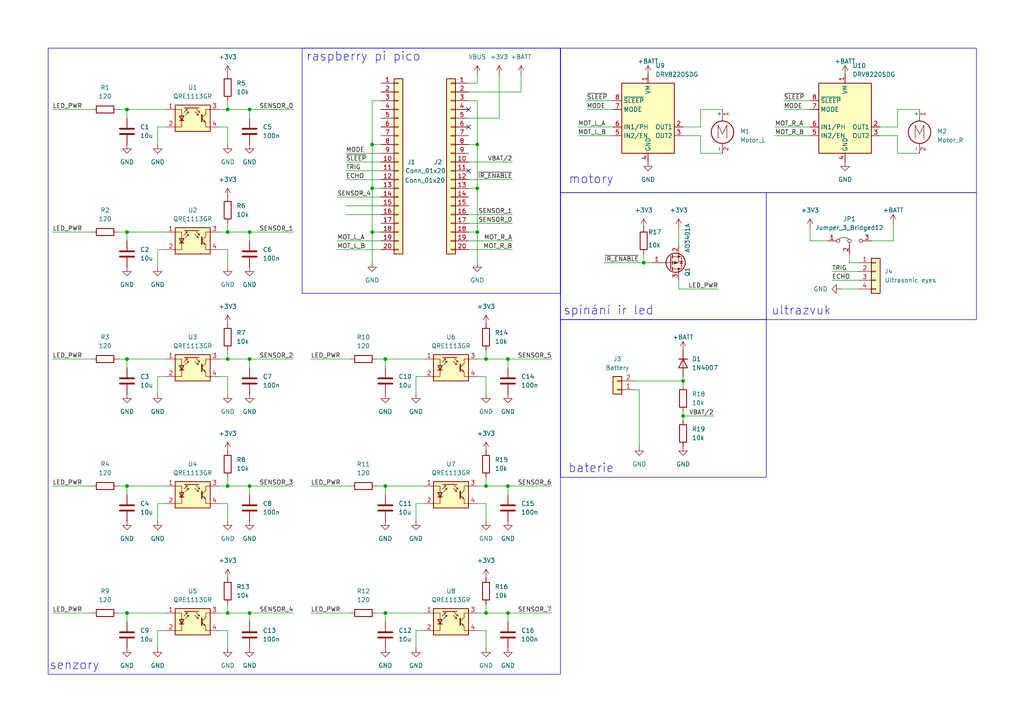
<source format=kicad_sch>
(kicad_sch (version 20250114) (generator "eeschema") (generator_version "9.0")
  (paper "A4")
  (lib_symbols
    (symbol "Connector_Generic:Conn_01x02" (pin_names (offset 1.016) (hide yes))
      (property "Reference" "J" (at 0 2.54 0))
      (property "Value" "Conn_01x02" (at 0 -5.08 0))
      (symbol "Conn_01x02_1_1"
        (pin passive line (at -5.08 0 0) (length 3.81) (name "Pin_1") (number "1"))
        (pin passive line (at -5.08 -2.54 0) (length 3.81) (name "Pin_2") (number "2"))
      )
    )
    (symbol "Connector_Generic:Conn_01x04" (pin_names (offset 1.016) (hide yes))
      (property "Reference" "J" (at 0 5.08 0))
      (property "Value" "Conn_01x04" (at 0 -7.62 0))
      (symbol "Conn_01x04_1_1"
        (pin passive line (at -5.08 2.54 0) (length 3.81) (name "Pin_1") (number "1"))
        (pin passive line (at -5.08 0 0) (length 3.81) (name "Pin_2") (number "2"))
        (pin passive line (at -5.08 -2.54 0) (length 3.81) (name "Pin_3") (number "3"))
        (pin passive line (at -5.08 -5.08 0) (length 3.81) (name "Pin_4") (number "4"))
      )
    )
    (symbol "Connector_Generic:Conn_01x20" (pin_names (offset 1.016) (hide yes))
      (property "Reference" "J" (at 0 25.4 0))
      (property "Value" "Conn_01x20" (at 0 -27.94 0))
      (symbol "Conn_01x20_1_1"
        (pin passive line (at -5.08 22.86 0) (length 3.81) (name "Pin_1") (number "1"))
        (pin passive line (at -5.08 20.32 0) (length 3.81) (name "Pin_2") (number "2"))
        (pin passive line (at -5.08 17.78 0) (length 3.81) (name "Pin_3") (number "3"))
        (pin passive line (at -5.08 15.24 0) (length 3.81) (name "Pin_4") (number "4"))
        (pin passive line (at -5.08 12.7 0) (length 3.81) (name "Pin_5") (number "5"))
        (pin passive line (at -5.08 10.16 0) (length 3.81) (name "Pin_6") (number "6"))
        (pin passive line (at -5.08 7.62 0) (length 3.81) (name "Pin_7") (number "7"))
        (pin passive line (at -5.08 5.08 0) (length 3.81) (name "Pin_8") (number "8"))
        (pin passive line (at -5.08 2.54 0) (length 3.81) (name "Pin_9") (number "9"))
        (pin passive line (at -5.08 0 0) (length 3.81) (name "Pin_10") (number "10"))
        (pin passive line (at -5.08 -2.54 0) (length 3.81) (name "Pin_11") (number "11"))
        (pin passive line (at -5.08 -5.08 0) (length 3.81) (name "Pin_12") (number "12"))
        (pin passive line (at -5.08 -7.62 0) (length 3.81) (name "Pin_13") (number "13"))
        (pin passive line (at -5.08 -10.16 0) (length 3.81) (name "Pin_14") (number "14"))
        (pin passive line (at -5.08 -12.7 0) (length 3.81) (name "Pin_15") (number "15"))
        (pin passive line (at -5.08 -15.24 0) (length 3.81) (name "Pin_16") (number "16"))
        (pin passive line (at -5.08 -17.78 0) (length 3.81) (name "Pin_17") (number "17"))
        (pin passive line (at -5.08 -20.32 0) (length 3.81) (name "Pin_18") (number "18"))
        (pin passive line (at -5.08 -22.86 0) (length 3.81) (name "Pin_19") (number "19"))
        (pin passive line (at -5.08 -25.4 0) (length 3.81) (name "Pin_20") (number "20"))
      )
    )
    (symbol "Device:C" (pin_numbers (hide yes)) (pin_names (offset 0.254))
      (property "Reference" "C" (at 0.635 2.54 0))
      (property "Value" "C" (at 0.635 -2.54 0))
      (symbol "C_1_1"
        (pin passive line (at 0 3.81 270) (length 2.794) (name "~") (number "1"))
        (pin passive line (at 0 -3.81 90) (length 2.794) (name "~") (number "2"))
      )
    )
    (symbol "Device:D" (pin_numbers (hide yes)) (pin_names (offset 1.016) (hide yes))
      (property "Reference" "D" (at 0 2.54 0))
      (property "Value" "D" (at 0 -2.54 0))
      (symbol "D_1_1"
        (pin passive line (at -3.81 0 0) (length 2.54) (name "K") (number "1"))
        (pin passive line (at 3.81 0 180) (length 2.54) (name "A") (number "2"))
      )
    )
    (symbol "Device:R" (pin_numbers (hide yes)) (pin_names (offset 0))
      (property "Reference" "R" (at 2.032 0 90))
      (property "Value" "R" (at 0 0 90))
      (symbol "R_1_1"
        (pin passive line (at 0 3.81 270) (length 1.27) (name "~") (number "1"))
        (pin passive line (at 0 -3.81 90) (length 1.27) (name "~") (number "2"))
      )
    )
    (symbol "Driver_Motor:DRV8220SDG"
      (property "Reference" "U" (at 1.27 13.97 0))
      (property "Value" "DRV8220SDG" (at 1.27 11.43 0))
      (symbol "DRV8220SDG_1_1"
        (pin input line (at -10.16 5.08 0) (length 2.54) (name "~{SLEEP}") (number "8"))
        (pin input line (at -10.16 2.54 0) (length 2.54) (name "MODE") (number "7"))
        (pin input line (at -10.16 -2.54 0) (length 2.54) (name "IN1/PH") (number "6"))
        (pin input line (at -10.16 -5.08 0) (length 2.54) (name "IN2/EN") (number "5"))
        (pin power_in line (at 0 12.7 270) (length 2.54) (name "VM") (number "1"))
        (pin power_in line (at 0 -12.7 90) (length 2.54) (name "GND") (number "4"))
        (pin passive line (at 0 -12.7 90) (length 2.54) (hide yes) (name "GND") (number "9"))
        (pin output line (at 10.16 -2.54 180) (length 2.54) (name "OUT1") (number "2"))
        (pin output line (at 10.16 -5.08 180) (length 2.54) (name "OUT2") (number "3"))
      )
    )
    (symbol "Jumper:Jumper_3_Bridged12" (pin_names (offset 0) (hide yes)) (in_bom no)
      (property "Reference" "JP" (at -2.54 -2.54 0))
      (property "Value" "Jumper_3_Bridged12" (at 0 2.794 0))
      (symbol "Jumper_3_Bridged12_1_1"
        (pin passive line (at -6.35 0 0) (length 2.54) (name "A") (number "1"))
        (pin passive line (at 0 -3.81 90) (length 2.54) (name "C") (number "2"))
        (pin passive line (at 6.35 0 180) (length 2.54) (name "B") (number "3"))
      )
    )
    (symbol "Motor:Motor_DC" (pin_names (offset 0))
      (property "Reference" "M" (at 2.54 2.54 0))
      (property "Value" "Motor_DC" (at 2.54 -5.08 0))
      (symbol "Motor_DC_1_1"
        (pin passive line (at 0 5.08 270) (length 2.54) (name "+") (number "1"))
        (pin passive line (at 0 -7.62 90) (length 2.54) (name "-") (number "2"))
      )
    )
    (symbol "Sensor_Proximity:QRE1113GR" (pin_names (offset 0.0254) (hide yes))
      (property "Reference" "U" (at -3.81 5.08 0))
      (property "Value" "QRE1113GR" (at 11.43 5.08 0))
      (symbol "QRE1113GR_1_1"
        (pin passive line (at -7.62 2.54 0) (length 2.54) (name "A") (number "1"))
        (pin passive line (at -7.62 -2.54 0) (length 2.54) (name "K") (number "2"))
        (pin open_collector line (at 7.62 2.54 180) (length 2.54) (name "~") (number "3"))
        (pin open_emitter line (at 7.62 -2.54 180) (length 2.54) (name "~") (number "4"))
      )
    )
    (symbol "Transistor_FET:AO3401A" (pin_names (hide yes))
      (property "Reference" "Q" (at 5.08 1.905 0))
      (property "Value" "AO3401A" (at 5.08 0 0))
      (symbol "AO3401A_1_1"
        (pin input line (at -5.08 0 0) (length 2.54) (name "G") (number "1"))
        (pin passive line (at 2.54 5.08 270) (length 2.54) (name "D") (number "3"))
        (pin passive line (at 2.54 -5.08 90) (length 2.54) (name "S") (number "2"))
      )
    )
    (symbol "power:+3V3" (power) (pin_numbers (hide yes)) (pin_names (offset 0) (hide yes))
      (property "Value" "+3V3" (at 0 3.556 0))
      (symbol "+3V3_1_1"
        (pin power_in line (at 0 0 90) (length 0) (name "~") (number "1"))
      )
    )
    (symbol "power:+BATT" (power) (pin_numbers (hide yes)) (pin_names (offset 0) (hide yes))
      (property "Value" "+BATT" (at 0 3.556 0))
      (symbol "+BATT_1_1"
        (pin power_in line (at 0 0 90) (length 0) (name "~") (number "1"))
      )
    )
    (symbol "power:GND" (power) (pin_numbers (hide yes)) (pin_names (offset 0) (hide yes))
      (property "Value" "GND" (at 0 -3.81 0))
      (symbol "GND_1_1"
        (pin power_in line (at 0 0 270) (length 0) (name "~") (number "1"))
      )
    )
    (symbol "power:VBUS" (power) (pin_numbers (hide yes)) (pin_names (offset 0) (hide yes))
      (property "Value" "VBUS" (at 0 3.556 0))
      (symbol "VBUS_1_1"
        (pin power_in line (at 0 0 90) (length 0) (name "~") (number "1"))
      )
    )
  )
  (rectangle (start 13.97 13.97) (end 162.56 195.58))
  (rectangle (start 222.25 55.88) (end 283.21 92.71))
  (rectangle (start 87.63 13.97) (end 162.56 85.09))
  (rectangle (start 162.56 92.71) (end 222.25 138.43))
  (rectangle (start 162.56 13.97) (end 283.21 55.88))
  (rectangle (start 162.56 55.88) (end 222.25 92.71))
  (text "baterie" (at 171.45 135.89 0) (effects (font (size 2.54 2.54))))
  (text "ultrazvuk" (at 232.41 90.17 0) (effects (font (size 2.54 2.54))))
  (text "raspberry pi pico" (at 105.41 16.51 0) (effects (font (size 2.54 2.54))))
  (text "senzory" (at 21.59 193.04 0) (effects (font (size 2.54 2.54))))
  (text "spínání ir led" (at 176.53 90.17 0) (effects (font (size 2.54 2.54))))
  (text "motory" (at 171.45 52.07 0) (effects (font (size 2.54 2.54))))
  (junction (at 36.83 31.75))
  (junction (at 66.04 104.14))
  (junction (at 138.43 54.61))
  (junction (at 66.04 177.8))
  (junction (at 198.12 120.65))
  (junction (at 66.04 31.75))
  (junction (at 147.32 177.8))
  (junction (at 140.97 104.14))
  (junction (at 36.83 140.97))
  (junction (at 140.97 177.8))
  (junction (at 72.39 67.31))
  (junction (at 186.69 76.2))
  (junction (at 198.12 110.49))
  (junction (at 107.95 54.61))
  (junction (at 36.83 67.31))
  (junction (at 66.04 67.31))
  (junction (at 36.83 177.8))
  (junction (at 140.97 140.97))
  (junction (at 72.39 104.14))
  (junction (at 138.43 41.91))
  (junction (at 36.83 104.14))
  (junction (at 72.39 177.8))
  (junction (at 147.32 140.97))
  (junction (at 111.76 104.14))
  (junction (at 66.04 140.97))
  (junction (at 111.76 140.97))
  (junction (at 138.43 67.31))
  (junction (at 107.95 41.91))
  (junction (at 72.39 31.75))
  (junction (at 72.39 140.97))
  (junction (at 147.32 104.14))
  (junction (at 107.95 67.31))
  (junction (at 111.76 177.8))
  (no_connect (at 135.89 36.83))
  (no_connect (at 135.89 31.75))
  (no_connect (at 135.89 49.53))
  (wire (pts (xy 140.97 114.3) (xy 140.97 109.22)))
  (wire (pts (xy 36.83 140.97) (xy 48.26 140.97)))
  (wire (pts (xy 100.33 62.23) (xy 110.49 62.23)))
  (wire (pts (xy 147.32 106.68) (xy 147.32 104.14)))
  (wire (pts (xy 109.22 104.14) (xy 111.76 104.14)))
  (wire (pts (xy 120.65 109.22) (xy 120.65 114.3)))
  (wire (pts (xy 72.39 34.29) (xy 72.39 31.75)))
  (wire (pts (xy 140.97 138.43) (xy 140.97 140.97)))
  (wire (pts (xy 138.43 29.21) (xy 138.43 41.91)))
  (wire (pts (xy 72.39 177.8) (xy 85.09 177.8)))
  (wire (pts (xy 66.04 187.96) (xy 66.04 182.88)))
  (wire (pts (xy 138.43 54.61) (xy 138.43 41.91)))
  (wire (pts (xy 234.95 66.04) (xy 234.95 69.85)))
  (wire (pts (xy 138.43 24.13) (xy 138.43 21.59)))
  (wire (pts (xy 107.95 54.61) (xy 107.95 41.91)))
  (wire (pts (xy 109.22 177.8) (xy 111.76 177.8)))
  (wire (pts (xy 34.29 31.75) (xy 36.83 31.75)))
  (wire (pts (xy 255.27 36.83) (xy 260.35 36.83)))
  (wire (pts (xy 140.97 187.96) (xy 140.97 182.88)))
  (wire (pts (xy 34.29 177.8) (xy 36.83 177.8)))
  (wire (pts (xy 97.79 57.15) (xy 110.49 57.15)))
  (wire (pts (xy 135.89 62.23) (xy 148.59 62.23)))
  (wire (pts (xy 72.39 106.68) (xy 72.39 104.14)))
  (wire (pts (xy 186.69 73.66) (xy 186.69 76.2)))
  (wire (pts (xy 36.83 104.14) (xy 48.26 104.14)))
  (wire (pts (xy 227.33 31.75) (xy 234.95 31.75)))
  (wire (pts (xy 66.04 72.39) (xy 63.5 72.39)))
  (wire (pts (xy 151.13 21.59) (xy 151.13 26.67)))
  (wire (pts (xy 198.12 109.22) (xy 198.12 110.49)))
  (wire (pts (xy 243.84 83.82) (xy 248.92 83.82)))
  (wire (pts (xy 36.83 104.14) (xy 36.83 106.68)))
  (wire (pts (xy 66.04 146.05) (xy 63.5 146.05)))
  (wire (pts (xy 45.72 146.05) (xy 45.72 151.13)))
  (wire (pts (xy 48.26 109.22) (xy 45.72 109.22)))
  (wire (pts (xy 15.24 31.75) (xy 26.67 31.75)))
  (wire (pts (xy 111.76 140.97) (xy 111.76 143.51)))
  (wire (pts (xy 72.39 104.14) (xy 66.04 104.14)))
  (wire (pts (xy 72.39 143.51) (xy 72.39 140.97)))
  (wire (pts (xy 48.26 182.88) (xy 45.72 182.88)))
  (wire (pts (xy 36.83 140.97) (xy 36.83 143.51)))
  (wire (pts (xy 107.95 67.31) (xy 107.95 76.2)))
  (wire (pts (xy 147.32 140.97) (xy 140.97 140.97)))
  (wire (pts (xy 140.97 109.22) (xy 138.43 109.22)))
  (wire (pts (xy 260.35 39.37) (xy 260.35 44.45)))
  (wire (pts (xy 135.89 29.21) (xy 138.43 29.21)))
  (wire (pts (xy 135.89 54.61) (xy 138.43 54.61)))
  (wire (pts (xy 123.19 182.88) (xy 120.65 182.88)))
  (wire (pts (xy 66.04 41.91) (xy 66.04 36.83)))
  (wire (pts (xy 36.83 31.75) (xy 48.26 31.75)))
  (wire (pts (xy 66.04 138.43) (xy 66.04 140.97)))
  (wire (pts (xy 109.22 140.97) (xy 111.76 140.97)))
  (wire (pts (xy 198.12 121.92) (xy 198.12 120.65)))
  (wire (pts (xy 34.29 67.31) (xy 36.83 67.31)))
  (wire (pts (xy 72.39 31.75) (xy 66.04 31.75)))
  (wire (pts (xy 203.2 39.37) (xy 203.2 44.45)))
  (wire (pts (xy 66.04 101.6) (xy 66.04 104.14)))
  (wire (pts (xy 36.83 67.31) (xy 48.26 67.31)))
  (wire (pts (xy 66.04 77.47) (xy 66.04 72.39)))
  (wire (pts (xy 198.12 120.65) (xy 198.12 119.38)))
  (wire (pts (xy 66.04 31.75) (xy 63.5 31.75)))
  (wire (pts (xy 15.24 140.97) (xy 26.67 140.97)))
  (wire (pts (xy 140.97 140.97) (xy 138.43 140.97)))
  (wire (pts (xy 15.24 177.8) (xy 26.67 177.8)))
  (wire (pts (xy 203.2 31.75) (xy 209.55 31.75)))
  (wire (pts (xy 140.97 177.8) (xy 138.43 177.8)))
  (wire (pts (xy 72.39 67.31) (xy 85.09 67.31)))
  (wire (pts (xy 45.72 72.39) (xy 45.72 77.47)))
  (wire (pts (xy 135.89 26.67) (xy 151.13 26.67)))
  (wire (pts (xy 100.33 59.69) (xy 110.49 59.69)))
  (wire (pts (xy 198.12 36.83) (xy 203.2 36.83)))
  (wire (pts (xy 224.79 39.37) (xy 234.95 39.37)))
  (wire (pts (xy 241.3 78.74) (xy 248.92 78.74)))
  (wire (pts (xy 48.26 36.83) (xy 45.72 36.83)))
  (wire (pts (xy 147.32 104.14) (xy 140.97 104.14)))
  (wire (pts (xy 147.32 104.14) (xy 160.02 104.14)))
  (wire (pts (xy 72.39 180.34) (xy 72.39 177.8)))
  (wire (pts (xy 203.2 36.83) (xy 203.2 31.75)))
  (wire (pts (xy 170.18 29.21) (xy 177.8 29.21)))
  (wire (pts (xy 260.35 44.45) (xy 266.7 44.45)))
  (wire (pts (xy 111.76 104.14) (xy 123.19 104.14)))
  (wire (pts (xy 90.17 104.14) (xy 101.6 104.14)))
  (wire (pts (xy 100.33 52.07) (xy 110.49 52.07)))
  (wire (pts (xy 140.97 175.26) (xy 140.97 177.8)))
  (wire (pts (xy 224.79 36.83) (xy 234.95 36.83)))
  (wire (pts (xy 66.04 104.14) (xy 63.5 104.14)))
  (wire (pts (xy 66.04 29.21) (xy 66.04 31.75)))
  (wire (pts (xy 72.39 31.75) (xy 85.09 31.75)))
  (wire (pts (xy 140.97 101.6) (xy 140.97 104.14)))
  (wire (pts (xy 15.24 67.31) (xy 26.67 67.31)))
  (wire (pts (xy 147.32 177.8) (xy 160.02 177.8)))
  (wire (pts (xy 66.04 182.88) (xy 63.5 182.88)))
  (wire (pts (xy 260.35 36.83) (xy 260.35 31.75)))
  (wire (pts (xy 36.83 67.31) (xy 36.83 69.85)))
  (wire (pts (xy 36.83 177.8) (xy 36.83 180.34)))
  (wire (pts (xy 107.95 29.21) (xy 107.95 41.91)))
  (wire (pts (xy 227.33 29.21) (xy 234.95 29.21)))
  (wire (pts (xy 66.04 64.77) (xy 66.04 67.31)))
  (wire (pts (xy 144.78 21.59) (xy 144.78 34.29)))
  (wire (pts (xy 66.04 177.8) (xy 63.5 177.8)))
  (wire (pts (xy 34.29 140.97) (xy 36.83 140.97)))
  (wire (pts (xy 135.89 41.91) (xy 138.43 41.91)))
  (wire (pts (xy 135.89 64.77) (xy 148.59 64.77)))
  (wire (pts (xy 110.49 29.21) (xy 107.95 29.21)))
  (wire (pts (xy 100.33 44.45) (xy 110.49 44.45)))
  (wire (pts (xy 34.29 104.14) (xy 36.83 104.14)))
  (wire (pts (xy 203.2 44.45) (xy 209.55 44.45)))
  (wire (pts (xy 147.32 140.97) (xy 160.02 140.97)))
  (wire (pts (xy 185.42 129.54) (xy 185.42 113.03)))
  (wire (pts (xy 120.65 146.05) (xy 120.65 151.13)))
  (wire (pts (xy 241.3 81.28) (xy 248.92 81.28)))
  (wire (pts (xy 260.35 31.75) (xy 266.7 31.75)))
  (wire (pts (xy 66.04 67.31) (xy 63.5 67.31)))
  (wire (pts (xy 147.32 143.51) (xy 147.32 140.97)))
  (wire (pts (xy 66.04 36.83) (xy 63.5 36.83)))
  (wire (pts (xy 170.18 31.75) (xy 177.8 31.75)))
  (wire (pts (xy 184.15 110.49) (xy 198.12 110.49)))
  (wire (pts (xy 147.32 180.34) (xy 147.32 177.8)))
  (wire (pts (xy 248.92 76.2) (xy 246.38 76.2)))
  (wire (pts (xy 66.04 109.22) (xy 63.5 109.22)))
  (wire (pts (xy 107.95 67.31) (xy 107.95 54.61)))
  (wire (pts (xy 97.79 72.39) (xy 110.49 72.39)))
  (wire (pts (xy 72.39 177.8) (xy 66.04 177.8)))
  (wire (pts (xy 110.49 67.31) (xy 107.95 67.31)))
  (wire (pts (xy 135.89 52.07) (xy 148.59 52.07)))
  (wire (pts (xy 72.39 140.97) (xy 85.09 140.97)))
  (wire (pts (xy 66.04 140.97) (xy 63.5 140.97)))
  (wire (pts (xy 120.65 182.88) (xy 120.65 187.96)))
  (wire (pts (xy 72.39 69.85) (xy 72.39 67.31)))
  (wire (pts (xy 138.43 67.31) (xy 138.43 54.61)))
  (wire (pts (xy 107.95 41.91) (xy 110.49 41.91)))
  (wire (pts (xy 135.89 67.31) (xy 138.43 67.31)))
  (wire (pts (xy 110.49 54.61) (xy 107.95 54.61)))
  (wire (pts (xy 66.04 114.3) (xy 66.04 109.22)))
  (wire (pts (xy 72.39 140.97) (xy 66.04 140.97)))
  (wire (pts (xy 72.39 67.31) (xy 66.04 67.31)))
  (wire (pts (xy 100.33 46.99) (xy 110.49 46.99)))
  (wire (pts (xy 135.89 69.85) (xy 148.59 69.85)))
  (wire (pts (xy 135.89 72.39) (xy 148.59 72.39)))
  (wire (pts (xy 45.72 182.88) (xy 45.72 187.96)))
  (wire (pts (xy 167.64 36.83) (xy 177.8 36.83)))
  (wire (pts (xy 140.97 104.14) (xy 138.43 104.14)))
  (wire (pts (xy 135.89 46.99) (xy 148.59 46.99)))
  (wire (pts (xy 140.97 146.05) (xy 138.43 146.05)))
  (wire (pts (xy 97.79 69.85) (xy 110.49 69.85)))
  (wire (pts (xy 186.69 76.2) (xy 189.23 76.2)))
  (wire (pts (xy 123.19 146.05) (xy 120.65 146.05)))
  (wire (pts (xy 196.85 66.04) (xy 196.85 71.12)))
  (wire (pts (xy 90.17 140.97) (xy 101.6 140.97)))
  (wire (pts (xy 198.12 120.65) (xy 207.01 120.65)))
  (wire (pts (xy 111.76 104.14) (xy 111.76 106.68)))
  (wire (pts (xy 234.95 69.85) (xy 240.03 69.85)))
  (wire (pts (xy 167.64 39.37) (xy 177.8 39.37)))
  (wire (pts (xy 185.42 113.03) (xy 184.15 113.03)))
  (wire (pts (xy 48.26 146.05) (xy 45.72 146.05)))
  (wire (pts (xy 72.39 104.14) (xy 85.09 104.14)))
  (wire (pts (xy 15.24 104.14) (xy 26.67 104.14)))
  (wire (pts (xy 111.76 177.8) (xy 123.19 177.8)))
  (wire (pts (xy 138.43 67.31) (xy 138.43 76.2)))
  (wire (pts (xy 140.97 151.13) (xy 140.97 146.05)))
  (wire (pts (xy 255.27 39.37) (xy 260.35 39.37)))
  (wire (pts (xy 196.85 81.28) (xy 196.85 83.82)))
  (wire (pts (xy 147.32 177.8) (xy 140.97 177.8)))
  (wire (pts (xy 259.08 69.85) (xy 259.08 64.77)))
  (wire (pts (xy 66.04 175.26) (xy 66.04 177.8)))
  (wire (pts (xy 36.83 177.8) (xy 48.26 177.8)))
  (wire (pts (xy 66.04 151.13) (xy 66.04 146.05)))
  (wire (pts (xy 198.12 111.76) (xy 198.12 110.49)))
  (wire (pts (xy 135.89 24.13) (xy 138.43 24.13)))
  (wire (pts (xy 36.83 31.75) (xy 36.83 34.29)))
  (wire (pts (xy 90.17 177.8) (xy 101.6 177.8)))
  (wire (pts (xy 196.85 83.82) (xy 208.28 83.82)))
  (wire (pts (xy 175.26 76.2) (xy 186.69 76.2)))
  (wire (pts (xy 123.19 109.22) (xy 120.65 109.22)))
  (wire (pts (xy 100.33 49.53) (xy 110.49 49.53)))
  (wire (pts (xy 198.12 39.37) (xy 203.2 39.37)))
  (wire (pts (xy 144.78 34.29) (xy 135.89 34.29)))
  (wire (pts (xy 45.72 36.83) (xy 45.72 41.91)))
  (wire (pts (xy 111.76 140.97) (xy 123.19 140.97)))
  (wire (pts (xy 252.73 69.85) (xy 259.08 69.85)))
  (wire (pts (xy 111.76 177.8) (xy 111.76 180.34)))
  (wire (pts (xy 246.38 76.2) (xy 246.38 73.66)))
  (wire (pts (xy 48.26 72.39) (xy 45.72 72.39)))
  (wire (pts (xy 140.97 182.88) (xy 138.43 182.88)))
  (wire (pts (xy 45.72 109.22) (xy 45.72 114.3)))
  (label "SENSOR_4" (at 85.09 177.8 180))
  (label "SENSOR_3" (at 85.09 140.97 180))
  (label "LED_PWR" (at 15.24 31.75 0))
  (label "ECHO" (at 100.33 52.07 0))
  (label "~{SLEEP}" (at 227.33 29.21 0))
  (label "MOT_R_B" (at 224.79 39.37 0))
  (label "LED_PWR" (at 15.24 140.97 0))
  (label "TRIG" (at 241.3 78.74 0))
  (label "LED_PWR" (at 90.17 177.8 0))
  (label "MOT_R_A" (at 148.59 69.85 180))
  (label "SENSOR_1" (at 85.09 67.31 180))
  (label "MODE" (at 100.33 44.45 0))
  (label "MOT_L_A" (at 167.64 36.83 0))
  (label "~{SLEEP}" (at 100.33 46.99 0))
  (label "SENSOR_0" (at 85.09 31.75 180))
  (label "LED_PWR" (at 90.17 104.14 0))
  (label "LED_PWR" (at 15.24 67.31 0))
  (label "ECHO" (at 241.3 81.28 0))
  (label "MOT_L_A" (at 97.79 69.85 0))
  (label "SENSOR_0" (at 148.59 64.77 180))
  (label "MOT_L_B" (at 167.64 39.37 0))
  (label "VBAT{slash}2" (at 148.59 46.99 180))
  (label "~{IR_ENABLE}" (at 175.26 76.2 0))
  (label "MOT_R_A" (at 224.79 36.83 0))
  (label "SENSOR_7" (at 160.02 177.8 180))
  (label "SENSOR_2" (at 85.09 104.14 180))
  (label "~{SLEEP}" (at 170.18 29.21 0))
  (label "LED_PWR" (at 15.24 177.8 0))
  (label "SENSOR_6" (at 160.02 140.97 180))
  (label "MOT_R_B" (at 148.59 72.39 180))
  (label "LED_PWR" (at 15.24 104.14 0))
  (label "SENSOR_4" (at 97.79 57.15 0))
  (label "SENSOR_1" (at 148.59 62.23 180))
  (label "MODE" (at 170.18 31.75 0))
  (label "VBAT{slash}2" (at 207.01 120.65 180))
  (label "SENSOR_5" (at 160.02 104.14 180))
  (label "MOT_L_B" (at 97.79 72.39 0))
  (label "LED_PWR" (at 208.28 83.82 180))
  (label "TRIG" (at 100.33 49.53 0))
  (label "~{IR_ENABLE}" (at 148.59 52.07 180))
  (label "MODE" (at 227.33 31.75 0))
  (label "LED_PWR" (at 90.17 140.97 0))
  (symbol (lib_id "power:GND") (at 36.83 77.47 0) (unit 1)
    (property "Reference" "#PWR02" (effects (hide yes)))
    (property "Value" "GND" (at 36.83 82.55 0))
    (property "Description" "Power symbol creates a global label with name \"GND\" , ground" (effects (hide yes)))
  )
  (symbol (lib_id "Device:C") (at 72.39 38.1 0) (unit 1)
    (property "Reference" "C5" (at 76.2 36.8299 0) (effects (justify left)))
    (property "Value" "100n" (at 76.2 39.3699 0) (effects (justify left)))
    (property "Footprint" "Capacitor_SMD:C_0603_1608Metric_Pad1.08x0.95mm_HandSolder" (effects (hide yes)))
    (property "Description" "Unpolarized capacitor" (effects (hide yes)))
  )
  (symbol (lib_id "Device:C") (at 72.39 184.15 0) (unit 1)
    (property "Reference" "C13" (at 76.2 182.8799 0) (effects (justify left)))
    (property "Value" "100n" (at 76.2 185.4199 0) (effects (justify left)))
    (property "Footprint" "Capacitor_SMD:C_0603_1608Metric_Pad1.08x0.95mm_HandSolder" (effects (hide yes)))
    (property "Description" "Unpolarized capacitor" (effects (hide yes)))
  )
  (symbol (lib_id "power:GND") (at 111.76 114.3 0) (unit 1)
    (property "Reference" "#PWR022" (effects (hide yes)))
    (property "Value" "GND" (at 111.76 119.38 0))
    (property "Description" "Power symbol creates a global label with name \"GND\" , ground" (effects (hide yes)))
  )
  (symbol (lib_id "power:GND") (at 140.97 151.13 0) (unit 1)
    (property "Reference" "#PWR034" (effects (hide yes)))
    (property "Value" "GND" (at 140.97 156.21 0))
    (property "Description" "Power symbol creates a global label with name \"GND\" , ground" (effects (hide yes)))
  )
  (symbol (lib_id "power:+3V3") (at 186.69 66.04 0) (unit 1)
    (property "Reference" "#PWR044" (effects (hide yes)))
    (property "Value" "+3V3" (at 186.69 60.96 0))
    (property "Description" "Power symbol creates a global label with name \"+3V3\"" (effects (hide yes)))
  )
  (symbol (lib_id "Sensor_Proximity:QRE1113GR") (at 55.88 34.29 0) (unit 1)
    (property "Reference" "U1" (at 55.88 25.4 0))
    (property "Value" "QRE1113GR" (at 55.88 27.94 0))
    (property "Footprint" "OptoDevice:OnSemi_CASE100CY" (effects (hide yes)))
    (property "Datasheet" "http://www.onsemi.com/pub/Collateral/QRE1113-D.PDF" (effects (hide yes)))
    (property "Description" "Miniature Reflective Optical Object Sensor, SMD-4" (effects (hide yes)))
  )
  (symbol (lib_id "power:+3V3") (at 140.97 130.81 0) (unit 1)
    (property "Reference" "#PWR033" (effects (hide yes)))
    (property "Value" "+3V3" (at 140.97 125.73 0))
    (property "Description" "Power symbol creates a global label with name \"+3V3\"" (effects (hide yes)))
  )
  (symbol (lib_id "Motor:Motor_DC") (at 209.55 36.83 0) (unit 1)
    (property "Reference" "M1" (at 214.63 38.0999 0) (effects (justify left)))
    (property "Value" "Motor_L" (at 214.63 40.6399 0) (effects (justify left)))
    (property "Footprint" "Connector_JST:JST_XH_B2B-XH-A_1x02_P2.50mm_Vertical" (effects (hide yes)))
    (property "Description" "DC Motor" (effects (hide yes)))
  )
  (symbol (lib_id "Device:R") (at 105.41 104.14 90) (unit 1)
    (property "Reference" "R10" (at 105.41 97.79 90))
    (property "Value" "120" (at 105.41 100.33 90))
    (property "Footprint" "Resistor_SMD:R_0603_1608Metric_Pad0.98x0.95mm_HandSolder" (effects (hide yes)))
    (property "Description" "Resistor" (effects (hide yes)))
  )
  (symbol (lib_id "power:GND") (at 138.43 76.2 0) (unit 1)
    (property "Reference" "#PWR047" (effects (hide yes)))
    (property "Value" "GND" (at 138.43 81.28 0))
    (property "Description" "Power symbol creates a global label with name \"GND\" , ground" (effects (hide yes)))
  )
  (symbol (lib_id "Device:R") (at 140.97 97.79 180) (unit 1)
    (property "Reference" "R14" (at 143.51 96.5199 0) (effects (justify right)))
    (property "Value" "10k" (at 143.51 99.0599 0) (effects (justify right)))
    (property "Footprint" "Resistor_SMD:R_0603_1608Metric_Pad0.98x0.95mm_HandSolder" (effects (hide yes)))
    (property "Description" "Resistor" (effects (hide yes)))
  )
  (symbol (lib_id "power:+3V3") (at 140.97 167.64 0) (unit 1)
    (property "Reference" "#PWR035" (effects (hide yes)))
    (property "Value" "+3V3" (at 140.97 162.56 0))
    (property "Description" "Power symbol creates a global label with name \"+3V3\"" (effects (hide yes)))
  )
  (symbol (lib_id "power:GND") (at 72.39 151.13 0) (unit 1)
    (property "Reference" "#PWR020" (effects (hide yes)))
    (property "Value" "GND" (at 72.39 156.21 0))
    (property "Description" "Power symbol creates a global label with name \"GND\" , ground" (effects (hide yes)))
  )
  (symbol (lib_id "Sensor_Proximity:QRE1113GR") (at 130.81 106.68 0) (unit 1)
    (property "Reference" "U6" (at 130.81 97.79 0))
    (property "Value" "QRE1113GR" (at 130.81 100.33 0))
    (property "Footprint" "OptoDevice:OnSemi_CASE100CY" (effects (hide yes)))
    (property "Datasheet" "http://www.onsemi.com/pub/Collateral/QRE1113-D.PDF" (effects (hide yes)))
    (property "Description" "Miniature Reflective Optical Object Sensor, SMD-4" (effects (hide yes)))
  )
  (symbol (lib_id "power:GND") (at 187.96 46.99 0) (unit 1)
    (property "Reference" "#PWR043" (effects (hide yes)))
    (property "Value" "GND" (at 187.96 52.07 0))
    (property "Description" "Power symbol creates a global label with name \"GND\" , ground" (effects (hide yes)))
  )
  (symbol (lib_id "Device:C") (at 36.83 38.1 0) (unit 1)
    (property "Reference" "C1" (at 40.64 36.8299 0) (effects (justify left)))
    (property "Value" "10u" (at 40.64 39.3699 0) (effects (justify left)))
    (property "Footprint" "Capacitor_SMD:C_0603_1608Metric_Pad1.08x0.95mm_HandSolder" (effects (hide yes)))
    (property "Description" "Unpolarized capacitor" (effects (hide yes)))
  )
  (symbol (lib_id "power:GND") (at 107.95 76.2 0) (unit 1)
    (property "Reference" "#PWR041" (effects (hide yes)))
    (property "Value" "GND" (at 107.95 81.28 0))
    (property "Description" "Power symbol creates a global label with name \"GND\" , ground" (effects (hide yes)))
  )
  (symbol (lib_id "power:+3V3") (at 144.78 21.59 0) (unit 1)
    (property "Reference" "#PWR048" (effects (hide yes)))
    (property "Value" "+3V3" (at 144.78 16.51 0))
    (property "Description" "Power symbol creates a global label with name \"+3V3\"" (effects (hide yes)))
  )
  (symbol (lib_id "power:+3V3") (at 66.04 57.15 0) (unit 1)
    (property "Reference" "#PWR011" (effects (hide yes)))
    (property "Value" "+3V3" (at 66.04 52.07 0))
    (property "Description" "Power symbol creates a global label with name \"+3V3\"" (effects (hide yes)))
  )
  (symbol (lib_id "power:VBUS") (at 138.43 21.59 0) (unit 1)
    (property "Reference" "#PWR046" (effects (hide yes)))
    (property "Value" "VBUS" (at 138.43 16.51 0))
    (property "Description" "Power symbol creates a global label with name \"VBUS\"" (effects (hide yes)))
  )
  (symbol (lib_id "power:+3V3") (at 196.85 66.04 0) (unit 1)
    (property "Reference" "#PWR045" (effects (hide yes)))
    (property "Value" "+3V3" (at 196.85 60.96 0))
    (property "Description" "Power symbol creates a global label with name \"+3V3\"" (effects (hide yes)))
  )
  (symbol (lib_id "Connector_Generic:Conn_01x02") (at 179.07 113.03 180) (unit 1)
    (property "Reference" "J3" (at 179.07 104.14 0))
    (property "Value" "Battery" (at 179.07 106.68 0))
    (property "Footprint" "easyeda2kicad:BATTERY-SMD_18650-1S-L77.1-W20.7-1" (effects (hide yes)))
    (property "Description" "Generic connector, single row, 01x02, script generated (kicad-library-utils/schlib/autogen/connector/)" (effects (hide yes)))
  )
  (symbol (lib_id "power:GND") (at 72.39 187.96 0) (unit 1)
    (property "Reference" "#PWR037" (effects (hide yes)))
    (property "Value" "GND" (at 72.39 193.04 0))
    (property "Description" "Power symbol creates a global label with name \"GND\" , ground" (effects (hide yes)))
  )
  (symbol (lib_id "Connector_Generic:Conn_01x04") (at 254 78.74 0) (unit 1)
    (property "Reference" "J4" (at 256.54 78.7399 0) (effects (justify left)))
    (property "Value" "Ultrasonic eyes" (at 256.54 81.2799 0) (effects (justify left)))
    (property "Footprint" "Connector_PinSocket_2.54mm:PinSocket_1x04_P2.54mm_Vertical" (effects (hide yes)))
    (property "Description" "Generic connector, single row, 01x04, script generated (kicad-library-utils/schlib/autogen/connector/)" (effects (hide yes)))
  )
  (symbol (lib_id "power:GND") (at 45.72 114.3 0) (unit 1)
    (property "Reference" "#PWR07" (effects (hide yes)))
    (property "Value" "GND" (at 45.72 119.38 0))
    (property "Description" "Power symbol creates a global label with name \"GND\" , ground" (effects (hide yes)))
  )
  (symbol (lib_id "Device:C") (at 36.83 110.49 0) (unit 1)
    (property "Reference" "C3" (at 40.64 109.2199 0) (effects (justify left)))
    (property "Value" "10u" (at 40.64 111.7599 0) (effects (justify left)))
    (property "Footprint" "Capacitor_SMD:C_0603_1608Metric_Pad1.08x0.95mm_HandSolder" (effects (hide yes)))
    (property "Description" "Unpolarized capacitor" (effects (hide yes)))
  )
  (symbol (lib_id "Device:R") (at 198.12 125.73 0) (unit 1)
    (property "Reference" "R19" (at 200.66 124.4599 0) (effects (justify left)))
    (property "Value" "10k" (at 200.66 126.9999 0) (effects (justify left)))
    (property "Footprint" "Resistor_SMD:R_0603_1608Metric_Pad0.98x0.95mm_HandSolder" (effects (hide yes)))
    (property "Datasheet" "https://www.lcsc.com/datasheet/lcsc_datasheet_2304140030_YAGEO-RC0603FR-0722KL_C114065.pdf" (effects (hide yes)))
    (property "Description" "Resistor" (effects (hide yes)))
    (property "Inv. number" "C114065" (effects (hide yes)))
    (property "Mnf. number" "RC0603FR-0722KL" (effects (hide yes)))
    (property "Supplier" "LCSC" (effects (hide yes)))
    (property "Price (CZK) /pc" "0,029" (effects (hide yes)))
  )
  (symbol (lib_id "power:GND") (at 45.72 41.91 0) (unit 1)
    (property "Reference" "#PWR05" (effects (hide yes)))
    (property "Value" "GND" (at 45.72 46.99 0))
    (property "Description" "Power symbol creates a global label with name \"GND\" , ground" (effects (hide yes)))
  )
  (symbol (lib_id "Device:C") (at 147.32 184.15 0) (unit 1)
    (property "Reference" "C16" (at 151.13 182.8799 0) (effects (justify left)))
    (property "Value" "100n" (at 151.13 185.4199 0) (effects (justify left)))
    (property "Footprint" "Capacitor_SMD:C_0603_1608Metric_Pad1.08x0.95mm_HandSolder" (effects (hide yes)))
    (property "Description" "Unpolarized capacitor" (effects (hide yes)))
  )
  (symbol (lib_id "power:+3V3") (at 66.04 21.59 0) (unit 1)
    (property "Reference" "#PWR09" (effects (hide yes)))
    (property "Value" "+3V3" (at 66.04 16.51 0))
    (property "Description" "Power symbol creates a global label with name \"+3V3\"" (effects (hide yes)))
  )
  (symbol (lib_id "power:GND") (at 66.04 151.13 0) (unit 1)
    (property "Reference" "#PWR016" (effects (hide yes)))
    (property "Value" "GND" (at 66.04 156.21 0))
    (property "Description" "Power symbol creates a global label with name \"GND\" , ground" (effects (hide yes)))
  )
  (symbol (lib_id "power:GND") (at 120.65 151.13 0) (unit 1)
    (property "Reference" "#PWR027" (effects (hide yes)))
    (property "Value" "GND" (at 120.65 156.21 0))
    (property "Description" "Power symbol creates a global label with name \"GND\" , ground" (effects (hide yes)))
  )
  (symbol (lib_id "Device:C") (at 147.32 110.49 0) (unit 1)
    (property "Reference" "C14" (at 151.13 109.2199 0) (effects (justify left)))
    (property "Value" "100n" (at 151.13 111.7599 0) (effects (justify left)))
    (property "Footprint" "Capacitor_SMD:C_0603_1608Metric_Pad1.08x0.95mm_HandSolder" (effects (hide yes)))
    (property "Description" "Unpolarized capacitor" (effects (hide yes)))
  )
  (symbol (lib_id "power:GND") (at 111.76 151.13 0) (unit 1)
    (property "Reference" "#PWR023" (effects (hide yes)))
    (property "Value" "GND" (at 111.76 156.21 0))
    (property "Description" "Power symbol creates a global label with name \"GND\" , ground" (effects (hide yes)))
  )
  (symbol (lib_id "power:GND") (at 72.39 41.91 0) (unit 1)
    (property "Reference" "#PWR017" (effects (hide yes)))
    (property "Value" "GND" (at 72.39 46.99 0))
    (property "Description" "Power symbol creates a global label with name \"GND\" , ground" (effects (hide yes)))
  )
  (symbol (lib_id "Device:C") (at 36.83 73.66 0) (unit 1)
    (property "Reference" "C2" (at 40.64 72.3899 0) (effects (justify left)))
    (property "Value" "10u" (at 40.64 74.9299 0) (effects (justify left)))
    (property "Footprint" "Capacitor_SMD:C_0603_1608Metric_Pad1.08x0.95mm_HandSolder" (effects (hide yes)))
    (property "Description" "Unpolarized capacitor" (effects (hide yes)))
  )
  (symbol (lib_id "Device:R") (at 198.12 115.57 0) (unit 1)
    (property "Reference" "R18" (at 200.66 114.2999 0) (effects (justify left)))
    (property "Value" "10k" (at 200.66 116.8399 0) (effects (justify left)))
    (property "Footprint" "Resistor_SMD:R_0603_1608Metric_Pad0.98x0.95mm_HandSolder" (effects (hide yes)))
    (property "Datasheet" "https://www.lcsc.com/datasheet/lcsc_datasheet_2304140030_YAGEO-RC0603JR-0712KL_C137662.pdf" (effects (hide yes)))
    (property "Description" "Resistor" (effects (hide yes)))
    (property "Inv. number" "C137662" (effects (hide yes)))
    (property "Mnf. number" "RC0603JR-0712KL" (effects (hide yes)))
    (property "Supplier" "LCSC" (effects (hide yes)))
    (property "Price (CZK) /pc" "0,024" (effects (hide yes)))
  )
  (symbol (lib_id "Device:R") (at 30.48 104.14 90) (unit 1)
    (property "Reference" "R3" (at 30.48 97.79 90))
    (property "Value" "120" (at 30.48 100.33 90))
    (property "Footprint" "Resistor_SMD:R_0603_1608Metric_Pad0.98x0.95mm_HandSolder" (effects (hide yes)))
    (property "Description" "Resistor" (effects (hide yes)))
  )
  (symbol (lib_id "Sensor_Proximity:QRE1113GR") (at 130.81 180.34 0) (unit 1)
    (property "Reference" "U8" (at 130.81 171.45 0))
    (property "Value" "QRE1113GR" (at 130.81 173.99 0))
    (property "Footprint" "OptoDevice:OnSemi_CASE100CY" (effects (hide yes)))
    (property "Datasheet" "http://www.onsemi.com/pub/Collateral/QRE1113-D.PDF" (effects (hide yes)))
    (property "Description" "Miniature Reflective Optical Object Sensor, SMD-4" (effects (hide yes)))
  )
  (symbol (lib_id "power:+BATT") (at 198.12 101.6 0) (unit 1)
    (property "Reference" "#PWR056" (effects (hide yes)))
    (property "Value" "+BATT" (at 198.12 97.79 0))
  )
  (symbol (lib_id "Transistor_FET:AO3401A") (at 194.31 76.2 0) (mirror x) (unit 1)
    (property "Reference" "Q1" (at 199.39 77.47 90) (effects (justify left)))
    (property "Value" "AO3401A" (at 199.39 64.77 90) (effects (justify left)))
    (property "Footprint" "Package_TO_SOT_SMD:SOT-23" (effects (hide yes)))
    (property "Datasheet" "http://www.aosmd.com/pdfs/datasheet/AO3401A.pdf" (effects (hide yes)))
    (property "LCSC" "C2938367" (effects (hide yes)))
  )
  (symbol (lib_id "power:+3V3") (at 140.97 93.98 0) (unit 1)
    (property "Reference" "#PWR031" (effects (hide yes)))
    (property "Value" "+3V3" (at 140.97 88.9 0))
    (property "Description" "Power symbol creates a global label with name \"+3V3\"" (effects (hide yes)))
  )
  (symbol (lib_id "Device:C") (at 36.83 184.15 0) (unit 1)
    (property "Reference" "C9" (at 40.64 182.8799 0) (effects (justify left)))
    (property "Value" "10u" (at 40.64 185.4199 0) (effects (justify left)))
    (property "Footprint" "Capacitor_SMD:C_0603_1608Metric_Pad1.08x0.95mm_HandSolder" (effects (hide yes)))
    (property "Description" "Unpolarized capacitor" (effects (hide yes)))
  )
  (symbol (lib_id "Device:C") (at 111.76 184.15 0) (unit 1)
    (property "Reference" "C12" (at 115.57 182.8799 0) (effects (justify left)))
    (property "Value" "10u" (at 115.57 185.4199 0) (effects (justify left)))
    (property "Footprint" "Capacitor_SMD:C_0603_1608Metric_Pad1.08x0.95mm_HandSolder" (effects (hide yes)))
    (property "Description" "Unpolarized capacitor" (effects (hide yes)))
  )
  (symbol (lib_id "power:GND") (at 72.39 77.47 0) (unit 1)
    (property "Reference" "#PWR018" (effects (hide yes)))
    (property "Value" "GND" (at 72.39 82.55 0))
    (property "Description" "Power symbol creates a global label with name \"GND\" , ground" (effects (hide yes)))
  )
  (symbol (lib_id "Sensor_Proximity:QRE1113GR") (at 55.88 69.85 0) (unit 1)
    (property "Reference" "U2" (at 55.88 60.96 0))
    (property "Value" "QRE1113GR" (at 55.88 63.5 0))
    (property "Footprint" "OptoDevice:OnSemi_CASE100CY" (effects (hide yes)))
    (property "Datasheet" "http://www.onsemi.com/pub/Collateral/QRE1113-D.PDF" (effects (hide yes)))
    (property "Description" "Miniature Reflective Optical Object Sensor, SMD-4" (effects (hide yes)))
  )
  (symbol (lib_id "Device:C") (at 111.76 110.49 0) (unit 1)
    (property "Reference" "C10" (at 115.57 109.2199 0) (effects (justify left)))
    (property "Value" "10u" (at 115.57 111.7599 0) (effects (justify left)))
    (property "Footprint" "Capacitor_SMD:C_0603_1608Metric_Pad1.08x0.95mm_HandSolder" (effects (hide yes)))
    (property "Description" "Unpolarized capacitor" (effects (hide yes)))
  )
  (symbol (lib_id "Device:R") (at 66.04 60.96 180) (unit 1)
    (property "Reference" "R6" (at 68.58 59.6899 0) (effects (justify right)))
    (property "Value" "10k" (at 68.58 62.2299 0) (effects (justify right)))
    (property "Footprint" "Resistor_SMD:R_0603_1608Metric_Pad0.98x0.95mm_HandSolder" (effects (hide yes)))
    (property "Description" "Resistor" (effects (hide yes)))
  )
  (symbol (lib_id "Device:C") (at 72.39 110.49 0) (unit 1)
    (property "Reference" "C7" (at 76.2 109.2199 0) (effects (justify left)))
    (property "Value" "100n" (at 76.2 111.7599 0) (effects (justify left)))
    (property "Footprint" "Capacitor_SMD:C_0603_1608Metric_Pad1.08x0.95mm_HandSolder" (effects (hide yes)))
    (property "Description" "Unpolarized capacitor" (effects (hide yes)))
  )
  (symbol (lib_id "Sensor_Proximity:QRE1113GR") (at 130.81 143.51 0) (unit 1)
    (property "Reference" "U7" (at 130.81 134.62 0))
    (property "Value" "QRE1113GR" (at 130.81 137.16 0))
    (property "Footprint" "OptoDevice:OnSemi_CASE100CY" (effects (hide yes)))
    (property "Datasheet" "http://www.onsemi.com/pub/Collateral/QRE1113-D.PDF" (effects (hide yes)))
    (property "Description" "Miniature Reflective Optical Object Sensor, SMD-4" (effects (hide yes)))
  )
  (symbol (lib_id "power:GND") (at 147.32 187.96 0) (unit 1)
    (property "Reference" "#PWR040" (effects (hide yes)))
    (property "Value" "GND" (at 147.32 193.04 0))
    (property "Description" "Power symbol creates a global label with name \"GND\" , ground" (effects (hide yes)))
  )
  (symbol (lib_id "power:GND") (at 120.65 114.3 0) (unit 1)
    (property "Reference" "#PWR026" (effects (hide yes)))
    (property "Value" "GND" (at 120.65 119.38 0))
    (property "Description" "Power symbol creates a global label with name \"GND\" , ground" (effects (hide yes)))
  )
  (symbol (lib_id "Device:R") (at 140.97 134.62 180) (unit 1)
    (property "Reference" "R15" (at 143.51 133.3499 0) (effects (justify right)))
    (property "Value" "10k" (at 143.51 135.8899 0) (effects (justify right)))
    (property "Footprint" "Resistor_SMD:R_0603_1608Metric_Pad0.98x0.95mm_HandSolder" (effects (hide yes)))
    (property "Description" "Resistor" (effects (hide yes)))
  )
  (symbol (lib_id "power:GND") (at 245.11 46.99 0) (unit 1)
    (property "Reference" "#PWR053" (effects (hide yes)))
    (property "Value" "GND" (at 245.11 52.07 0))
    (property "Description" "Power symbol creates a global label with name \"GND\" , ground" (effects (hide yes)))
  )
  (symbol (lib_id "power:GND") (at 72.39 114.3 0) (unit 1)
    (property "Reference" "#PWR019" (effects (hide yes)))
    (property "Value" "GND" (at 72.39 119.38 0))
    (property "Description" "Power symbol creates a global label with name \"GND\" , ground" (effects (hide yes)))
  )
  (symbol (lib_id "power:GND") (at 147.32 114.3 0) (unit 1)
    (property "Reference" "#PWR038" (effects (hide yes)))
    (property "Value" "GND" (at 147.32 119.38 0))
    (property "Description" "Power symbol creates a global label with name \"GND\" , ground" (effects (hide yes)))
  )
  (symbol (lib_id "Device:R") (at 66.04 134.62 180) (unit 1)
    (property "Reference" "R8" (at 68.58 133.3499 0) (effects (justify right)))
    (property "Value" "10k" (at 68.58 135.8899 0) (effects (justify right)))
    (property "Footprint" "Resistor_SMD:R_0603_1608Metric_Pad0.98x0.95mm_HandSolder" (effects (hide yes)))
    (property "Description" "Resistor" (effects (hide yes)))
  )
  (symbol (lib_id "power:GND") (at 36.83 151.13 0) (unit 1)
    (property "Reference" "#PWR04" (effects (hide yes)))
    (property "Value" "GND" (at 36.83 156.21 0))
    (property "Description" "Power symbol creates a global label with name \"GND\" , ground" (effects (hide yes)))
  )
  (symbol (lib_id "power:+BATT") (at 151.13 21.59 0) (unit 1)
    (property "Reference" "#PWR049" (effects (hide yes)))
    (property "Value" "+BATT" (at 151.13 16.51 0))
  )
  (symbol (lib_id "Device:C") (at 72.39 73.66 0) (unit 1)
    (property "Reference" "C6" (at 76.2 72.3899 0) (effects (justify left)))
    (property "Value" "100n" (at 76.2 74.9299 0) (effects (justify left)))
    (property "Footprint" "Capacitor_SMD:C_0603_1608Metric_Pad1.08x0.95mm_HandSolder" (effects (hide yes)))
    (property "Description" "Unpolarized capacitor" (effects (hide yes)))
  )
  (symbol (lib_id "power:GND") (at 147.32 151.13 0) (unit 1)
    (property "Reference" "#PWR039" (effects (hide yes)))
    (property "Value" "GND" (at 147.32 156.21 0))
    (property "Description" "Power symbol creates a global label with name \"GND\" , ground" (effects (hide yes)))
  )
  (symbol (lib_id "power:GND") (at 45.72 77.47 0) (unit 1)
    (property "Reference" "#PWR06" (effects (hide yes)))
    (property "Value" "GND" (at 45.72 82.55 0))
    (property "Description" "Power symbol creates a global label with name \"GND\" , ground" (effects (hide yes)))
  )
  (symbol (lib_id "power:+BATT") (at 187.96 21.59 0) (unit 1)
    (property "Reference" "#PWR042" (effects (hide yes)))
    (property "Value" "+BATT" (at 187.96 17.78 0))
  )
  (symbol (lib_id "power:GND") (at 36.83 114.3 0) (unit 1)
    (property "Reference" "#PWR03" (effects (hide yes)))
    (property "Value" "GND" (at 36.83 119.38 0))
    (property "Description" "Power symbol creates a global label with name \"GND\" , ground" (effects (hide yes)))
  )
  (symbol (lib_id "Device:R") (at 140.97 171.45 180) (unit 1)
    (property "Reference" "R16" (at 143.51 170.1799 0) (effects (justify right)))
    (property "Value" "10k" (at 143.51 172.7199 0) (effects (justify right)))
    (property "Footprint" "Resistor_SMD:R_0603_1608Metric_Pad0.98x0.95mm_HandSolder" (effects (hide yes)))
    (property "Description" "Resistor" (effects (hide yes)))
  )
  (symbol (lib_id "power:GND") (at 45.72 187.96 0) (unit 1)
    (property "Reference" "#PWR025" (effects (hide yes)))
    (property "Value" "GND" (at 45.72 193.04 0))
    (property "Description" "Power symbol creates a global label with name \"GND\" , ground" (effects (hide yes)))
  )
  (symbol (lib_id "power:GND") (at 66.04 77.47 0) (unit 1)
    (property "Reference" "#PWR012" (effects (hide yes)))
    (property "Value" "GND" (at 66.04 82.55 0))
    (property "Description" "Power symbol creates a global label with name \"GND\" , ground" (effects (hide yes)))
  )
  (symbol (lib_id "Sensor_Proximity:QRE1113GR") (at 55.88 106.68 0) (unit 1)
    (property "Reference" "U3" (at 55.88 97.79 0))
    (property "Value" "QRE1113GR" (at 55.88 100.33 0))
    (property "Footprint" "OptoDevice:OnSemi_CASE100CY" (effects (hide yes)))
    (property "Datasheet" "http://www.onsemi.com/pub/Collateral/QRE1113-D.PDF" (effects (hide yes)))
    (property "Description" "Miniature Reflective Optical Object Sensor, SMD-4" (effects (hide yes)))
  )
  (symbol (lib_id "power:+BATT") (at 259.08 64.77 0) (unit 1)
    (property "Reference" "#PWR055" (effects (hide yes)))
    (property "Value" "+BATT" (at 259.08 60.96 0))
  )
  (symbol (lib_id "Device:C") (at 36.83 147.32 0) (unit 1)
    (property "Reference" "C4" (at 40.64 146.0499 0) (effects (justify left)))
    (property "Value" "10u" (at 40.64 148.5899 0) (effects (justify left)))
    (property "Footprint" "Capacitor_SMD:C_0603_1608Metric_Pad1.08x0.95mm_HandSolder" (effects (hide yes)))
    (property "Description" "Unpolarized capacitor" (effects (hide yes)))
  )
  (symbol (lib_id "Device:R") (at 30.48 31.75 90) (unit 1)
    (property "Reference" "R1" (at 30.48 25.4 90))
    (property "Value" "120" (at 30.48 27.94 90))
    (property "Footprint" "Resistor_SMD:R_0603_1608Metric_Pad0.98x0.95mm_HandSolder" (effects (hide yes)))
    (property "Description" "Resistor" (effects (hide yes)))
  )
  (symbol (lib_id "power:GND") (at 120.65 187.96 0) (unit 1)
    (property "Reference" "#PWR028" (effects (hide yes)))
    (property "Value" "GND" (at 120.65 193.04 0))
    (property "Description" "Power symbol creates a global label with name \"GND\" , ground" (effects (hide yes)))
  )
  (symbol (lib_id "Device:R") (at 186.69 69.85 180) (unit 1)
    (property "Reference" "R17" (at 187.96 67.31 0) (effects (justify right)))
    (property "Value" "10k" (at 187.96 71.12 0) (effects (justify right)))
    (property "Footprint" "Resistor_SMD:R_0603_1608Metric" (effects (hide yes)))
    (property "LCSC" "C25744" (effects (hide yes)))
  )
  (symbol (lib_id "power:+BATT") (at 245.11 21.59 0) (unit 1)
    (property "Reference" "#PWR052" (effects (hide yes)))
    (property "Value" "+BATT" (at 245.11 17.78 0))
  )
  (symbol (lib_id "Device:C") (at 147.32 147.32 0) (unit 1)
    (property "Reference" "C15" (at 151.13 146.0499 0) (effects (justify left)))
    (property "Value" "100n" (at 151.13 148.5899 0) (effects (justify left)))
    (property "Footprint" "Capacitor_SMD:C_0603_1608Metric_Pad1.08x0.95mm_HandSolder" (effects (hide yes)))
    (property "Description" "Unpolarized capacitor" (effects (hide yes)))
  )
  (symbol (lib_id "power:GND") (at 198.12 129.54 0) (unit 1)
    (property "Reference" "#PWR057" (effects (hide yes)))
    (property "Value" "GND" (at 198.12 134.62 0))
    (property "Description" "Power symbol creates a global label with name \"GND\" , ground" (effects (hide yes)))
  )
  (symbol (lib_id "power:GND") (at 36.83 187.96 0) (unit 1)
    (property "Reference" "#PWR021" (effects (hide yes)))
    (property "Value" "GND" (at 36.83 193.04 0))
    (property "Description" "Power symbol creates a global label with name \"GND\" , ground" (effects (hide yes)))
  )
  (symbol (lib_id "Device:C") (at 72.39 147.32 0) (unit 1)
    (property "Reference" "C8" (at 76.2 146.0499 0) (effects (justify left)))
    (property "Value" "100n" (at 76.2 148.5899 0) (effects (justify left)))
    (property "Footprint" "Capacitor_SMD:C_0603_1608Metric_Pad1.08x0.95mm_HandSolder" (effects (hide yes)))
    (property "Description" "Unpolarized capacitor" (effects (hide yes)))
  )
  (symbol (lib_id "power:GND") (at 66.04 41.91 0) (unit 1)
    (property "Reference" "#PWR010" (effects (hide yes)))
    (property "Value" "GND" (at 66.04 46.99 0))
    (property "Description" "Power symbol creates a global label with name \"GND\" , ground" (effects (hide yes)))
  )
  (symbol (lib_id "Device:R") (at 30.48 67.31 90) (unit 1)
    (property "Reference" "R2" (at 30.48 60.96 90))
    (property "Value" "120" (at 30.48 63.5 90))
    (property "Footprint" "Resistor_SMD:R_0603_1608Metric_Pad0.98x0.95mm_HandSolder" (effects (hide yes)))
    (property "Description" "Resistor" (effects (hide yes)))
  )
  (symbol (lib_id "Device:R") (at 30.48 140.97 90) (unit 1)
    (property "Reference" "R4" (at 30.48 134.62 90))
    (property "Value" "120" (at 30.48 137.16 90))
    (property "Footprint" "Resistor_SMD:R_0603_1608Metric_Pad0.98x0.95mm_HandSolder" (effects (hide yes)))
    (property "Description" "Resistor" (effects (hide yes)))
  )
  (symbol (lib_id "power:GND") (at 111.76 187.96 0) (unit 1)
    (property "Reference" "#PWR024" (effects (hide yes)))
    (property "Value" "GND" (at 111.76 193.04 0))
    (property "Description" "Power symbol creates a global label with name \"GND\" , ground" (effects (hide yes)))
  )
  (symbol (lib_id "power:+3V3") (at 66.04 130.81 0) (unit 1)
    (property "Reference" "#PWR015" (effects (hide yes)))
    (property "Value" "+3V3" (at 66.04 125.73 0))
    (property "Description" "Power symbol creates a global label with name \"+3V3\"" (effects (hide yes)))
  )
  (symbol (lib_id "power:GND") (at 45.72 151.13 0) (unit 1)
    (property "Reference" "#PWR08" (effects (hide yes)))
    (property "Value" "GND" (at 45.72 156.21 0))
    (property "Description" "Power symbol creates a global label with name \"GND\" , ground" (effects (hide yes)))
  )
  (symbol (lib_id "power:+3V3") (at 66.04 93.98 0) (unit 1)
    (property "Reference" "#PWR013" (effects (hide yes)))
    (property "Value" "+3V3" (at 66.04 88.9 0))
    (property "Description" "Power symbol creates a global label with name \"+3V3\"" (effects (hide yes)))
  )
  (symbol (lib_id "Jumper:Jumper_3_Bridged12") (at 246.38 69.85 0) (unit 1) (in_bom no)
    (property "Reference" "JP1" (at 246.38 63.5 0))
    (property "Value" "Jumper_3_Bridged12" (at 246.38 66.04 0))
    (property "Footprint" "Connector_PinHeader_2.54mm:PinHeader_1x03_P2.54mm_Vertical" (effects (hide yes)))
    (property "Description" "Jumper, 3-pole, pins 1+2 closed/bridged" (effects (hide yes)))
  )
  (symbol (lib_id "Device:C") (at 111.76 147.32 0) (unit 1)
    (property "Reference" "C11" (at 115.57 146.0499 0) (effects (justify left)))
    (property "Value" "10u" (at 115.57 148.5899 0) (effects (justify left)))
    (property "Footprint" "Capacitor_SMD:C_0603_1608Metric_Pad1.08x0.95mm_HandSolder" (effects (hide yes)))
    (property "Description" "Unpolarized capacitor" (effects (hide yes)))
  )
  (symbol (lib_id "power:GND") (at 243.84 83.82 270) (unit 1)
    (property "Reference" "#PWR051" (effects (hide yes)))
    (property "Value" "GND" (at 240.03 83.8199 90) (effects (justify right)))
    (property "Description" "Power symbol creates a global label with name \"GND\" , ground" (effects (hide yes)))
  )
  (symbol (lib_id "power:GND") (at 185.42 129.54 0) (unit 1)
    (property "Reference" "#PWR054" (effects (hide yes)))
    (property "Value" "GND" (at 185.42 134.62 0))
    (property "Description" "Power symbol creates a global label with name \"GND\" , ground" (effects (hide yes)))
  )
  (symbol (lib_id "Device:R") (at 66.04 97.79 180) (unit 1)
    (property "Reference" "R7" (at 68.58 96.5199 0) (effects (justify right)))
    (property "Value" "10k" (at 68.58 99.0599 0) (effects (justify right)))
    (property "Footprint" "Resistor_SMD:R_0603_1608Metric_Pad0.98x0.95mm_HandSolder" (effects (hide yes)))
    (property "Description" "Resistor" (effects (hide yes)))
  )
  (symbol (lib_id "Connector_Generic:Conn_01x20") (at 130.81 46.99 0) (mirror y) (unit 1)
    (property "Reference" "J2" (at 128.27 46.9899 0) (effects (justify left)))
    (property "Value" "Conn_01x20" (at 129.286 49.53 0) (effects (justify left)))
    (property "Footprint" "Connector_PinSocket_2.54mm:PinSocket_1x20_P2.54mm_Vertical" (effects (hide yes)))
    (property "Datasheet" "https://www.lcsc.com/datasheet/lcsc_datasheet_2409302330_ZHOURI-PM2-54-1-20_C5224030.pdf" (effects (hide yes)))
    (property "Description" "Generic connector, single row, 01x20, script generated (kicad-library-utils/schlib/autogen/connector/)" (effects (hide yes)))
    (property "Inv. number" "N/A" (effects (hide yes)))
    (property "Mnf. number" "N/A" (effects (hide yes)))
    (property "Supplier" "Ali" (effects (hide yes)))
    (property "Price (CZK) /pc" "2.17" (effects (hide yes)))
  )
  (symbol (lib_id "Driver_Motor:DRV8220SDG") (at 187.96 34.29 0) (unit 1)
    (property "Reference" "U9" (at 190.1033 19.05 0) (effects (justify left)))
    (property "Value" "DRV8220SDG" (at 190.1033 21.59 0) (effects (justify left)))
    (property "Footprint" "Package_SON:WSON-8-1EP_2x2mm_P0.5mm_EP0.9x1.6mm" (effects (hide yes)))
    (property "Datasheet" "https://www.ti.com/lit/ds/symlink/drv8220.pdf" (effects (hide yes)))
    (property "Description" "H-Bridge motor driver, 4.5..18V, 1.76A, selectable control interface, WSON-8" (effects (hide yes)))
  )
  (symbol (lib_id "Sensor_Proximity:QRE1113GR") (at 55.88 180.34 0) (unit 1)
    (property "Reference" "U5" (at 55.88 171.45 0))
    (property "Value" "QRE1113GR" (at 55.88 173.99 0))
    (property "Footprint" "OptoDevice:OnSemi_CASE100CY" (effects (hide yes)))
    (property "Datasheet" "http://www.onsemi.com/pub/Collateral/QRE1113-D.PDF" (effects (hide yes)))
    (property "Description" "Miniature Reflective Optical Object Sensor, SMD-4" (effects (hide yes)))
  )
  (symbol (lib_id "Sensor_Proximity:QRE1113GR") (at 55.88 143.51 0) (unit 1)
    (property "Reference" "U4" (at 55.88 134.62 0))
    (property "Value" "QRE1113GR" (at 55.88 137.16 0))
    (property "Footprint" "OptoDevice:OnSemi_CASE100CY" (effects (hide yes)))
    (property "Datasheet" "http://www.onsemi.com/pub/Collateral/QRE1113-D.PDF" (effects (hide yes)))
    (property "Description" "Miniature Reflective Optical Object Sensor, SMD-4" (effects (hide yes)))
  )
  (symbol (lib_id "Device:R") (at 66.04 25.4 180) (unit 1)
    (property "Reference" "R5" (at 68.58 24.1299 0) (effects (justify right)))
    (property "Value" "10k" (at 68.58 26.6699 0) (effects (justify right)))
    (property "Footprint" "Resistor_SMD:R_0603_1608Metric_Pad0.98x0.95mm_HandSolder" (effects (hide yes)))
    (property "Description" "Resistor" (effects (hide yes)))
  )
  (symbol (lib_id "Device:R") (at 66.04 171.45 180) (unit 1)
    (property "Reference" "R13" (at 68.58 170.1799 0) (effects (justify right)))
    (property "Value" "10k" (at 68.58 172.7199 0) (effects (justify right)))
    (property "Footprint" "Resistor_SMD:R_0603_1608Metric_Pad0.98x0.95mm_HandSolder" (effects (hide yes)))
    (property "Description" "Resistor" (effects (hide yes)))
  )
  (symbol (lib_id "power:+3V3") (at 66.04 167.64 0) (unit 1)
    (property "Reference" "#PWR029" (effects (hide yes)))
    (property "Value" "+3V3" (at 66.04 162.56 0))
    (property "Description" "Power symbol creates a global label with name \"+3V3\"" (effects (hide yes)))
  )
  (symbol (lib_id "power:GND") (at 140.97 187.96 0) (unit 1)
    (property "Reference" "#PWR036" (effects (hide yes)))
    (property "Value" "GND" (at 140.97 193.04 0))
    (property "Description" "Power symbol creates a global label with name \"GND\" , ground" (effects (hide yes)))
  )
  (symbol (lib_id "power:GND") (at 36.83 41.91 0) (unit 1)
    (property "Reference" "#PWR01" (effects (hide yes)))
    (property "Value" "GND" (at 36.83 46.99 0))
    (property "Description" "Power symbol creates a global label with name \"GND\" , ground" (effects (hide yes)))
  )
  (symbol (lib_id "Motor:Motor_DC") (at 266.7 36.83 0) (unit 1)
    (property "Reference" "M2" (at 271.78 38.0999 0) (effects (justify left)))
    (property "Value" "Motor_R" (at 271.78 40.6399 0) (effects (justify left)))
    (property "Footprint" "Connector_JST:JST_XH_B2B-XH-A_1x02_P2.50mm_Vertical" (effects (hide yes)))
    (property "Description" "DC Motor" (effects (hide yes)))
  )
  (symbol (lib_id "Device:R") (at 105.41 140.97 90) (unit 1)
    (property "Reference" "R11" (at 105.41 134.62 90))
    (property "Value" "120" (at 105.41 137.16 90))
    (property "Footprint" "Resistor_SMD:R_0603_1608Metric_Pad0.98x0.95mm_HandSolder" (effects (hide yes)))
    (property "Description" "Resistor" (effects (hide yes)))
  )
  (symbol (lib_id "power:GND") (at 66.04 187.96 0) (unit 1)
    (property "Reference" "#PWR030" (effects (hide yes)))
    (property "Value" "GND" (at 66.04 193.04 0))
    (property "Description" "Power symbol creates a global label with name \"GND\" , ground" (effects (hide yes)))
  )
  (symbol (lib_id "power:+3V3") (at 234.95 66.04 0) (unit 1)
    (property "Reference" "#PWR050" (effects (hide yes)))
    (property "Value" "+3V3" (at 234.95 60.96 0))
    (property "Description" "Power symbol creates a global label with name \"+3V3\"" (effects (hide yes)))
  )
  (symbol (lib_id "Device:R") (at 105.41 177.8 90) (unit 1)
    (property "Reference" "R12" (at 105.41 171.45 90))
    (property "Value" "120" (at 105.41 173.99 90))
    (property "Footprint" "Resistor_SMD:R_0603_1608Metric_Pad0.98x0.95mm_HandSolder" (effects (hide yes)))
    (property "Description" "Resistor" (effects (hide yes)))
  )
  (symbol (lib_id "Driver_Motor:DRV8220SDG") (at 245.11 34.29 0) (unit 1)
    (property "Reference" "U10" (at 247.2533 19.05 0) (effects (justify left)))
    (property "Value" "DRV8220SDG" (at 247.2533 21.59 0) (effects (justify left)))
    (property "Footprint" "Package_SON:WSON-8-1EP_2x2mm_P0.5mm_EP0.9x1.6mm" (effects (hide yes)))
    (property "Datasheet" "https://www.ti.com/lit/ds/symlink/drv8220.pdf" (effects (hide yes)))
    (property "Description" "H-Bridge motor driver, 4.5..18V, 1.76A, selectable control interface, WSON-8" (effects (hide yes)))
  )
  (symbol (lib_id "Connector_Generic:Conn_01x20") (at 115.57 46.99 0) (unit 1)
    (property "Reference" "J1" (at 118.11 46.9899 0) (effects (justify left)))
    (property "Value" "Conn_01x20" (at 117.348 52.324 0) (effects (justify left)))
    (property "Footprint" "Connector_PinSocket_2.54mm:PinSocket_1x20_P2.54mm_Vertical" (effects (hide yes)))
    (property "Datasheet" "https://www.lcsc.com/datasheet/lcsc_datasheet_2409302330_ZHOURI-PM2-54-1-20_C5224030.pdf" (effects (hide yes)))
    (property "Description" "Generic connector, single row, 01x20, script generated (kicad-library-utils/schlib/autogen/connector/)" (effects (hide yes)))
    (property "Inv. number" "N/A" (effects (hide yes)))
    (property "Mnf. number" "N/A" (effects (hide yes)))
    (property "Supplier" "Ali" (effects (hide yes)))
    (property "Price (CZK) /pc" "2.17" (effects (hide yes)))
  )
  (symbol (lib_id "power:GND") (at 66.04 114.3 0) (unit 1)
    (property "Reference" "#PWR014" (effects (hide yes)))
    (property "Value" "GND" (at 66.04 119.38 0))
    (property "Description" "Power symbol creates a global label with name \"GND\" , ground" (effects (hide yes)))
  )
  (symbol (lib_id "Device:R") (at 30.48 177.8 90) (unit 1)
    (property "Reference" "R9" (at 30.48 171.45 90))
    (property "Value" "120" (at 30.48 173.99 90))
    (property "Footprint" "Resistor_SMD:R_0603_1608Metric_Pad0.98x0.95mm_HandSolder" (effects (hide yes)))
    (property "Description" "Resistor" (effects (hide yes)))
  )
  (symbol (lib_id "power:GND") (at 140.97 114.3 0) (unit 1)
    (property "Reference" "#PWR032" (effects (hide yes)))
    (property "Value" "GND" (at 140.97 119.38 0))
    (property "Description" "Power symbol creates a global label with name \"GND\" , ground" (effects (hide yes)))
  )
  (symbol (lib_id "Device:D") (at 198.12 105.41 270) (unit 1)
    (property "Reference" "D1" (at 200.66 104.1399 90) (effects (justify left)))
    (property "Value" "1N4007" (at 200.66 106.6799 90) (effects (justify left)))
    (property "Footprint" "Diode_THT:D_A-405_P10.16mm_Horizontal" (effects (hide yes)))
    (property "Datasheet" "https://www.farnell.com/datasheets/1689669.pdf" (effects (hide yes)))
    (property "Description" "Diode" (effects (hide yes)))
    (property "Sim.Device" "D" (effects (hide yes)))
    (property "Sim.Pins" "1=K 2=A" (effects (hide yes)))
    (property "Inv. number" "C53568" (effects (hide yes)))
    (property "Mnf. number" "1N4007RLG" (effects (hide yes)))
    (property "Supplier" "LCSC" (effects (hide yes)))
    (property "Price (CZK) /pc" "1" (effects (hide yes)))
  )
)
</source>
